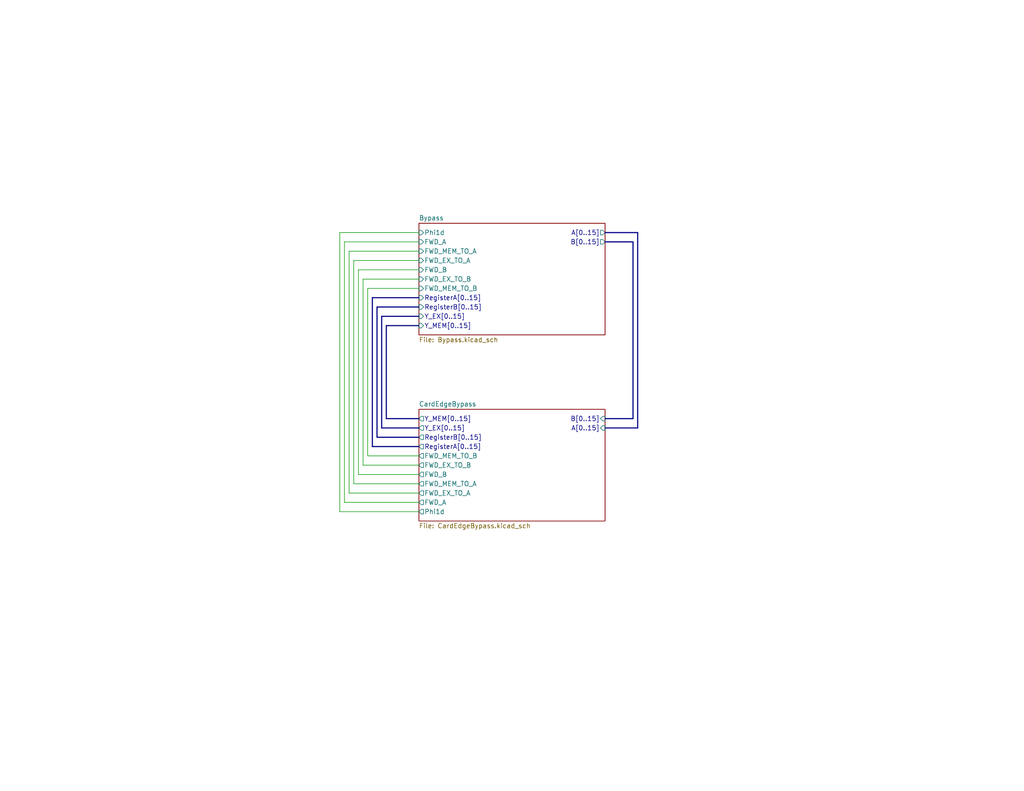
<source format=kicad_sch>
(kicad_sch
	(version 20250114)
	(generator "eeschema")
	(generator_version "9.0")
	(uuid "0b9dd887-f147-44a4-bd5d-7a0d980e90d1")
	(paper "USLetter")
	(title_block
		(title "Turtle16: Bypass Module Card")
		(date "2025-07-16")
		(rev "A")
	)
	(lib_symbols)
	(wire
		(pts
			(xy 95.25 134.62) (xy 95.25 68.58)
		)
		(stroke
			(width 0)
			(type default)
		)
		(uuid "011fb34b-46cd-4192-9328-e896723fa091")
	)
	(wire
		(pts
			(xy 93.98 66.04) (xy 93.98 137.16)
		)
		(stroke
			(width 0)
			(type default)
		)
		(uuid "02cdfc2c-4998-4adb-b766-4504d4d39126")
	)
	(bus
		(pts
			(xy 172.72 114.3) (xy 165.1 114.3)
		)
		(stroke
			(width 0)
			(type default)
		)
		(uuid "13b2a4ef-6c8c-43dd-b604-69efde89384a")
	)
	(wire
		(pts
			(xy 114.3 71.12) (xy 96.52 71.12)
		)
		(stroke
			(width 0)
			(type default)
		)
		(uuid "19b5151f-d5af-46f9-917f-0d71b4f227a7")
	)
	(wire
		(pts
			(xy 114.3 139.7) (xy 92.71 139.7)
		)
		(stroke
			(width 0)
			(type default)
		)
		(uuid "1a3d9a7e-201f-4eb0-9222-84e6b94b509f")
	)
	(wire
		(pts
			(xy 100.33 78.74) (xy 114.3 78.74)
		)
		(stroke
			(width 0)
			(type default)
		)
		(uuid "1b26b26b-dc24-4784-8617-1b09a1f2dc24")
	)
	(wire
		(pts
			(xy 99.06 127) (xy 114.3 127)
		)
		(stroke
			(width 0)
			(type default)
		)
		(uuid "1c1c81cc-b218-4048-8136-c152cd8a8a01")
	)
	(bus
		(pts
			(xy 114.3 116.84) (xy 104.14 116.84)
		)
		(stroke
			(width 0)
			(type default)
		)
		(uuid "1f9d7b7f-8ef4-4514-970e-d3ec7d055567")
	)
	(bus
		(pts
			(xy 102.87 83.82) (xy 102.87 119.38)
		)
		(stroke
			(width 0)
			(type default)
		)
		(uuid "255ccec8-5785-44a0-b937-5b5f73b7587a")
	)
	(bus
		(pts
			(xy 165.1 116.84) (xy 173.99 116.84)
		)
		(stroke
			(width 0)
			(type default)
		)
		(uuid "2754f82e-270f-490a-8c91-3bd92b86eb30")
	)
	(wire
		(pts
			(xy 97.79 129.54) (xy 97.79 73.66)
		)
		(stroke
			(width 0)
			(type default)
		)
		(uuid "2887d240-b5e5-4aff-b844-e1af6b9ea032")
	)
	(bus
		(pts
			(xy 173.99 116.84) (xy 173.99 63.5)
		)
		(stroke
			(width 0)
			(type default)
		)
		(uuid "2e3a7ca9-a203-4d6d-8abf-2a04656c6f2c")
	)
	(bus
		(pts
			(xy 165.1 66.04) (xy 172.72 66.04)
		)
		(stroke
			(width 0)
			(type default)
		)
		(uuid "362c810d-04e5-4a6b-8ade-9cd728c4f347")
	)
	(wire
		(pts
			(xy 97.79 73.66) (xy 114.3 73.66)
		)
		(stroke
			(width 0)
			(type default)
		)
		(uuid "38589c5e-ebc0-466a-9cc1-514bac35482b")
	)
	(wire
		(pts
			(xy 114.3 134.62) (xy 95.25 134.62)
		)
		(stroke
			(width 0)
			(type default)
		)
		(uuid "46399edc-5ef5-4b8d-bcfc-3412ece04554")
	)
	(bus
		(pts
			(xy 102.87 119.38) (xy 114.3 119.38)
		)
		(stroke
			(width 0)
			(type default)
		)
		(uuid "4871be15-043c-46be-876e-6d251bd22675")
	)
	(bus
		(pts
			(xy 101.6 81.28) (xy 114.3 81.28)
		)
		(stroke
			(width 0)
			(type default)
		)
		(uuid "4ba4dd8e-efd0-4381-a8e5-d3cdbe2c6e96")
	)
	(wire
		(pts
			(xy 100.33 124.46) (xy 100.33 78.74)
		)
		(stroke
			(width 0)
			(type default)
		)
		(uuid "4dc7a22d-7865-413c-b41a-2dc43867f552")
	)
	(wire
		(pts
			(xy 114.3 66.04) (xy 93.98 66.04)
		)
		(stroke
			(width 0)
			(type default)
		)
		(uuid "5336b05b-2245-401e-83e1-12f13e499dcc")
	)
	(bus
		(pts
			(xy 104.14 116.84) (xy 104.14 86.36)
		)
		(stroke
			(width 0)
			(type default)
		)
		(uuid "60a4f84c-c913-456a-982f-e7ca2b53e8b8")
	)
	(wire
		(pts
			(xy 99.06 76.2) (xy 99.06 127)
		)
		(stroke
			(width 0)
			(type default)
		)
		(uuid "689191e2-2292-4cd0-97eb-4e0891d4e5b3")
	)
	(wire
		(pts
			(xy 93.98 137.16) (xy 114.3 137.16)
		)
		(stroke
			(width 0)
			(type default)
		)
		(uuid "7d563060-d3a8-4485-a37a-733b1e946fa5")
	)
	(bus
		(pts
			(xy 114.3 88.9) (xy 105.41 88.9)
		)
		(stroke
			(width 0)
			(type default)
		)
		(uuid "7f0a60b9-e1de-4f1c-9967-c31709a6b976")
	)
	(wire
		(pts
			(xy 92.71 139.7) (xy 92.71 63.5)
		)
		(stroke
			(width 0)
			(type default)
		)
		(uuid "8ff8f1d4-3154-47ae-861c-e497b5dd3930")
	)
	(wire
		(pts
			(xy 96.52 132.08) (xy 114.3 132.08)
		)
		(stroke
			(width 0)
			(type default)
		)
		(uuid "9b62bde7-5312-4b44-b7cf-85cc37cab451")
	)
	(wire
		(pts
			(xy 92.71 63.5) (xy 114.3 63.5)
		)
		(stroke
			(width 0)
			(type default)
		)
		(uuid "ac4e2f91-2b59-4cf5-b21c-9aee3f0c99ba")
	)
	(bus
		(pts
			(xy 114.3 121.92) (xy 101.6 121.92)
		)
		(stroke
			(width 0)
			(type default)
		)
		(uuid "ada7ae7a-74ce-4328-a98f-47e11a9d0a81")
	)
	(bus
		(pts
			(xy 105.41 88.9) (xy 105.41 114.3)
		)
		(stroke
			(width 0)
			(type default)
		)
		(uuid "b2dd820d-7def-40bf-9ac3-a4bf9ba133fa")
	)
	(bus
		(pts
			(xy 104.14 86.36) (xy 114.3 86.36)
		)
		(stroke
			(width 0)
			(type default)
		)
		(uuid "bc533fe7-d5a2-45cb-a89f-ca6c1e2047f7")
	)
	(wire
		(pts
			(xy 114.3 124.46) (xy 100.33 124.46)
		)
		(stroke
			(width 0)
			(type default)
		)
		(uuid "c2a0b734-64e3-4d87-8d8c-056787d62840")
	)
	(bus
		(pts
			(xy 114.3 83.82) (xy 102.87 83.82)
		)
		(stroke
			(width 0)
			(type default)
		)
		(uuid "d09f8b5f-dfe4-4185-818a-6a2f75fb6773")
	)
	(wire
		(pts
			(xy 95.25 68.58) (xy 114.3 68.58)
		)
		(stroke
			(width 0)
			(type default)
		)
		(uuid "dd9f1ab7-8257-4fd5-a918-9599ebd8445d")
	)
	(bus
		(pts
			(xy 173.99 63.5) (xy 165.1 63.5)
		)
		(stroke
			(width 0)
			(type default)
		)
		(uuid "dfb981dd-3564-4188-bb3c-5c96ac09aeed")
	)
	(wire
		(pts
			(xy 96.52 71.12) (xy 96.52 132.08)
		)
		(stroke
			(width 0)
			(type default)
		)
		(uuid "e17b6409-b961-4319-8ff4-c21228036948")
	)
	(wire
		(pts
			(xy 114.3 76.2) (xy 99.06 76.2)
		)
		(stroke
			(width 0)
			(type default)
		)
		(uuid "e2350fa5-8685-4bf3-aa94-e0f93dd1c62c")
	)
	(bus
		(pts
			(xy 172.72 66.04) (xy 172.72 114.3)
		)
		(stroke
			(width 0)
			(type default)
		)
		(uuid "e6502c7a-2a34-4f0e-901e-b8187e8f2bbd")
	)
	(wire
		(pts
			(xy 114.3 129.54) (xy 97.79 129.54)
		)
		(stroke
			(width 0)
			(type default)
		)
		(uuid "e71eee3c-107c-4712-81e6-8433136f22a5")
	)
	(bus
		(pts
			(xy 101.6 121.92) (xy 101.6 81.28)
		)
		(stroke
			(width 0)
			(type default)
		)
		(uuid "e76dcf2e-eb23-4f69-826b-4c55df06d5a4")
	)
	(bus
		(pts
			(xy 105.41 114.3) (xy 114.3 114.3)
		)
		(stroke
			(width 0)
			(type default)
		)
		(uuid "fd33ad53-2dd8-4fcd-939a-4c7ad6357d81")
	)
	(sheet
		(at 114.3 60.96)
		(size 50.8 30.48)
		(exclude_from_sim no)
		(in_bom yes)
		(on_board yes)
		(dnp no)
		(fields_autoplaced yes)
		(stroke
			(width 0.1524)
			(type solid)
		)
		(fill
			(color 0 0 0 0.0000)
		)
		(uuid "15958ea4-e442-453c-858c-cce8e26c03e4")
		(property "Sheetname" "Bypass"
			(at 114.3 60.2484 0)
			(effects
				(font
					(size 1.27 1.27)
				)
				(justify left bottom)
			)
		)
		(property "Sheetfile" "Bypass.kicad_sch"
			(at 114.3 92.0246 0)
			(effects
				(font
					(size 1.27 1.27)
				)
				(justify left top)
			)
		)
		(pin "A[0..15]" output
			(at 165.1 63.5 0)
			(uuid "82f7129f-66ad-43e3-a608-2255dbdcd976")
			(effects
				(font
					(size 1.27 1.27)
				)
				(justify right)
			)
		)
		(pin "B[0..15]" output
			(at 165.1 66.04 0)
			(uuid "2541a294-c85c-4d97-9e87-5f82191cd1c1")
			(effects
				(font
					(size 1.27 1.27)
				)
				(justify right)
			)
		)
		(pin "FWD_A" input
			(at 114.3 66.04 180)
			(uuid "ff2e7f19-8b6c-4b02-81a1-ecca59cb2c91")
			(effects
				(font
					(size 1.27 1.27)
				)
				(justify left)
			)
		)
		(pin "FWD_B" input
			(at 114.3 73.66 180)
			(uuid "de4fbb91-412f-4056-bf02-2a98d5f3eef4")
			(effects
				(font
					(size 1.27 1.27)
				)
				(justify left)
			)
		)
		(pin "FWD_EX_TO_A" input
			(at 114.3 71.12 180)
			(uuid "11409b42-c4bd-4e66-b85f-b4879226f562")
			(effects
				(font
					(size 1.27 1.27)
				)
				(justify left)
			)
		)
		(pin "FWD_EX_TO_B" input
			(at 114.3 76.2 180)
			(uuid "5715f53f-e4f2-48a3-b0dd-8d1c77bf0f6d")
			(effects
				(font
					(size 1.27 1.27)
				)
				(justify left)
			)
		)
		(pin "FWD_MEM_TO_A" input
			(at 114.3 68.58 180)
			(uuid "09441df0-78fd-4013-95ec-60108569ab4d")
			(effects
				(font
					(size 1.27 1.27)
				)
				(justify left)
			)
		)
		(pin "FWD_MEM_TO_B" input
			(at 114.3 78.74 180)
			(uuid "2916505b-99c1-4c3e-8dff-3b28a1613324")
			(effects
				(font
					(size 1.27 1.27)
				)
				(justify left)
			)
		)
		(pin "Phi1d" input
			(at 114.3 63.5 180)
			(uuid "73f09a7c-ccae-4f72-9743-8d7818d305a3")
			(effects
				(font
					(size 1.27 1.27)
				)
				(justify left)
			)
		)
		(pin "RegisterA[0..15]" input
			(at 114.3 81.28 180)
			(uuid "b78c1491-5912-4cbe-9f15-e52361c8d05e")
			(effects
				(font
					(size 1.27 1.27)
				)
				(justify left)
			)
		)
		(pin "RegisterB[0..15]" input
			(at 114.3 83.82 180)
			(uuid "a85b0a02-3eb6-409f-b906-c34766b3f21e")
			(effects
				(font
					(size 1.27 1.27)
				)
				(justify left)
			)
		)
		(pin "Y_EX[0..15]" input
			(at 114.3 86.36 180)
			(uuid "9314d01b-2b4a-4148-acb4-3cd7837d44cb")
			(effects
				(font
					(size 1.27 1.27)
				)
				(justify left)
			)
		)
		(pin "Y_MEM[0..15]" input
			(at 114.3 88.9 180)
			(uuid "69bd0d81-2bd3-4aca-ad19-351e8036d23b")
			(effects
				(font
					(size 1.27 1.27)
				)
				(justify left)
			)
		)
		(instances
			(project "BypassModule"
				(path "/0b9dd887-f147-44a4-bd5d-7a0d980e90d1"
					(page "6")
				)
			)
		)
	)
	(sheet
		(at 114.3 111.76)
		(size 50.8 30.48)
		(exclude_from_sim no)
		(in_bom yes)
		(on_board yes)
		(dnp no)
		(fields_autoplaced yes)
		(stroke
			(width 0.1524)
			(type solid)
		)
		(fill
			(color 0 0 0 0.0000)
		)
		(uuid "5dc9cdce-9148-44e5-a58b-96f12f5bac12")
		(property "Sheetname" "CardEdgeBypass"
			(at 114.3 111.0484 0)
			(effects
				(font
					(size 1.27 1.27)
				)
				(justify left bottom)
			)
		)
		(property "Sheetfile" "CardEdgeBypass.kicad_sch"
			(at 114.3 142.8246 0)
			(effects
				(font
					(size 1.27 1.27)
				)
				(justify left top)
			)
		)
		(pin "A[0..15]" input
			(at 165.1 116.84 0)
			(uuid "1d45d63b-9798-4f93-8b56-3cf2f5035593")
			(effects
				(font
					(size 1.27 1.27)
				)
				(justify right)
			)
		)
		(pin "B[0..15]" input
			(at 165.1 114.3 0)
			(uuid "e83b7948-cf66-4d90-842c-7ccbdef8e1b3")
			(effects
				(font
					(size 1.27 1.27)
				)
				(justify right)
			)
		)
		(pin "FWD_A" output
			(at 114.3 137.16 180)
			(uuid "9dfc8ff2-5e4c-4063-847f-9842f4d7dbb0")
			(effects
				(font
					(size 1.27 1.27)
				)
				(justify left)
			)
		)
		(pin "FWD_B" output
			(at 114.3 129.54 180)
			(uuid "2fa165a6-bdb9-428b-8b81-818605952627")
			(effects
				(font
					(size 1.27 1.27)
				)
				(justify left)
			)
		)
		(pin "FWD_EX_TO_A" output
			(at 114.3 134.62 180)
			(uuid "03b1f97d-62d3-4d72-8b14-d9d2e6aee8ce")
			(effects
				(font
					(size 1.27 1.27)
				)
				(justify left)
			)
		)
		(pin "FWD_EX_TO_B" output
			(at 114.3 127 180)
			(uuid "282893bd-4c2f-4595-9d64-d126e8d80fcc")
			(effects
				(font
					(size 1.27 1.27)
				)
				(justify left)
			)
		)
		(pin "FWD_MEM_TO_A" output
			(at 114.3 132.08 180)
			(uuid "22cbb2c4-f2ec-436a-bbc9-8c51e9668c35")
			(effects
				(font
					(size 1.27 1.27)
				)
				(justify left)
			)
		)
		(pin "FWD_MEM_TO_B" output
			(at 114.3 124.46 180)
			(uuid "b82d9c82-4a96-48ae-a7b0-6d2d260a05f0")
			(effects
				(font
					(size 1.27 1.27)
				)
				(justify left)
			)
		)
		(pin "Phi1d" output
			(at 114.3 139.7 180)
			(uuid "ca7d018f-48bb-45b7-b937-1d1b6e0120ac")
			(effects
				(font
					(size 1.27 1.27)
				)
				(justify left)
			)
		)
		(pin "RegisterA[0..15]" output
			(at 114.3 121.92 180)
			(uuid "426b779e-3d07-4dc6-a741-5a4dbe6621df")
			(effects
				(font
					(size 1.27 1.27)
				)
				(justify left)
			)
		)
		(pin "RegisterB[0..15]" output
			(at 114.3 119.38 180)
			(uuid "c05e5815-4e6b-41aa-83dc-a10dac41904e")
			(effects
				(font
					(size 1.27 1.27)
				)
				(justify left)
			)
		)
		(pin "Y_EX[0..15]" output
			(at 114.3 116.84 180)
			(uuid "1213da63-0399-4160-8af0-4f031192e970")
			(effects
				(font
					(size 1.27 1.27)
				)
				(justify left)
			)
		)
		(pin "Y_MEM[0..15]" output
			(at 114.3 114.3 180)
			(uuid "278d6ab5-5e5c-40eb-a040-22d352dafd13")
			(effects
				(font
					(size 1.27 1.27)
				)
				(justify left)
			)
		)
		(instances
			(project "BypassModule"
				(path "/0b9dd887-f147-44a4-bd5d-7a0d980e90d1"
					(page "7")
				)
			)
		)
	)
	(sheet_instances
		(path "/"
			(page "1")
		)
	)
	(embedded_fonts no)
)

</source>
